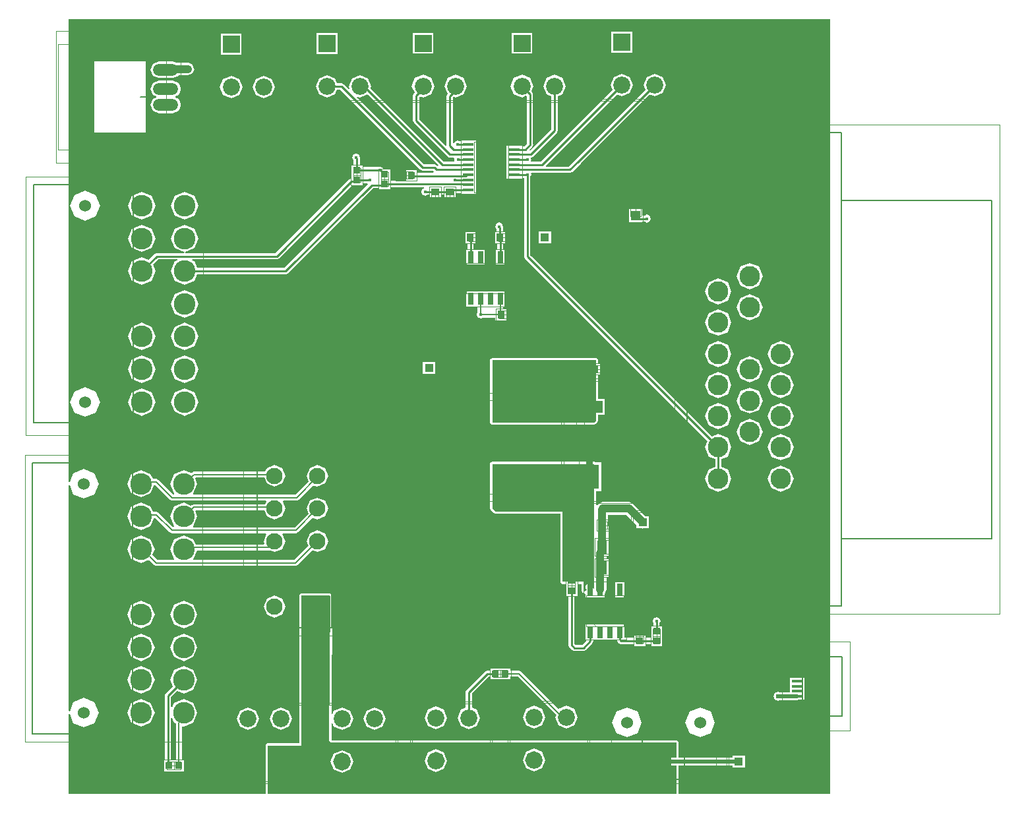
<source format=gtl>
G04*
G04 #@! TF.GenerationSoftware,Altium Limited,Altium Designer,21.0.9 (235)*
G04*
G04 Layer_Physical_Order=1*
G04 Layer_Color=255*
%FSLAX25Y25*%
%MOIN*%
G70*
G04*
G04 #@! TF.SameCoordinates,FB9C7817-38CD-48DC-A3D4-53DF82CEFDAB*
G04*
G04*
G04 #@! TF.FilePolarity,Positive*
G04*
G01*
G75*
%ADD10C,0.00787*%
%ADD11C,0.00394*%
%ADD13C,0.01000*%
%ADD14R,0.03765X0.24488*%
%ADD15C,0.00197*%
%ADD16R,0.03347X0.03740*%
%ADD17R,0.04724X0.04724*%
%ADD18R,0.05315X0.01575*%
%ADD19R,0.06299X0.08268*%
%ADD20R,0.07480X0.07087*%
%ADD21R,0.07480X0.07480*%
%ADD22R,0.12598X0.06299*%
%ADD23R,0.03543X0.03937*%
%ADD24R,0.20079X0.12402*%
%ADD25O,0.12795X0.05906*%
%ADD26R,0.03740X0.03347*%
%ADD27R,0.03937X0.03543*%
%ADD28R,0.05118X0.07087*%
%ADD29R,0.12205X0.09449*%
%ADD30R,0.02559X0.06004*%
%ADD31R,0.02559X0.05906*%
%ADD32R,0.05807X0.01772*%
%ADD33R,0.09646X0.12402*%
%ADD67C,0.03937*%
%ADD68C,0.01968*%
%ADD69C,0.00400*%
%ADD70C,0.08563*%
%ADD71R,0.08563X0.08563*%
%ADD72C,0.23622*%
%ADD73R,0.04331X0.04331*%
%ADD74C,0.06004*%
%ADD75C,0.10925*%
%ADD76C,0.10335*%
%ADD77C,0.17303*%
%ADD78C,0.08268*%
%ADD79O,0.15748X0.11024*%
%ADD80O,0.18898X0.11024*%
%ADD81C,0.01772*%
%ADD82C,0.02362*%
%ADD83C,0.03150*%
%ADD84C,0.02756*%
G36*
X385697Y803D02*
X309165D01*
Y14869D01*
X336350D01*
Y13850D01*
X342650D01*
Y20150D01*
X336350D01*
Y19131D01*
X309165D01*
Y26600D01*
X308853Y27353D01*
X308100Y27665D01*
X134054D01*
X133668Y28052D01*
X133713Y36291D01*
X134204Y36388D01*
X134934Y34623D01*
X138965Y32954D01*
X142995Y34623D01*
X144664Y38653D01*
X142995Y42684D01*
X138965Y44353D01*
X134934Y42684D01*
X134229Y40981D01*
X133739Y41080D01*
X134061Y100640D01*
X134060Y100641D01*
X134061Y100643D01*
X133906Y101018D01*
X133753Y101395D01*
X133751Y101395D01*
X133751Y101397D01*
X133398Y101751D01*
X133397Y101752D01*
X133396Y101753D01*
X133021Y101909D01*
X132646Y102065D01*
X132644Y102065D01*
X132643Y102065D01*
X118500D01*
X117747Y101753D01*
X117435Y101000D01*
Y26193D01*
X101400D01*
X100647Y25881D01*
X100335Y25127D01*
Y803D01*
X803D01*
Y40916D01*
X1303Y41015D01*
X3215Y36400D01*
X8563Y34185D01*
X13912Y36400D01*
X16127Y41749D01*
X13912Y47097D01*
X8563Y49313D01*
X3215Y47097D01*
X1303Y42482D01*
X803Y42581D01*
Y156664D01*
X1303Y156763D01*
X3215Y152148D01*
X8563Y149933D01*
X13912Y152148D01*
X16127Y157497D01*
X13912Y162845D01*
X8563Y165061D01*
X3215Y162845D01*
X1303Y158230D01*
X803Y158329D01*
Y392197D01*
X385697D01*
Y803D01*
D02*
G37*
G36*
X132995Y100645D02*
X132600Y27500D01*
X133500Y26600D01*
X308100D01*
Y19131D01*
X301500D01*
X299993Y18507D01*
X299369Y17000D01*
X299993Y15493D01*
X301500Y14869D01*
X308100D01*
Y803D01*
X101400D01*
Y25127D01*
X118500D01*
Y101000D01*
X132643D01*
X132995Y100645D01*
D02*
G37*
%LPC*%
G36*
X285766Y385919D02*
X275234D01*
Y375388D01*
X285766D01*
Y385919D01*
D02*
G37*
G36*
X235230Y385419D02*
X224699D01*
Y374888D01*
X235230D01*
Y385419D01*
D02*
G37*
G36*
X185230D02*
X174699D01*
Y374888D01*
X185230D01*
Y385419D01*
D02*
G37*
G36*
X136730Y385266D02*
X126199D01*
Y374734D01*
X136730D01*
Y385266D01*
D02*
G37*
G36*
X88230Y384919D02*
X77699D01*
Y374388D01*
X88230D01*
Y384919D01*
D02*
G37*
G36*
X53382Y371041D02*
X46492D01*
X43479Y369793D01*
X42231Y366779D01*
X43479Y363766D01*
X46492Y362518D01*
X53382D01*
X56395Y363766D01*
X56469Y363944D01*
X61140D01*
X63400Y364880D01*
X64336Y367140D01*
X64228Y367399D01*
X64270Y367500D01*
X63459Y369459D01*
X61500Y370270D01*
X61399Y370228D01*
X61140Y370336D01*
X55084D01*
X53382Y371041D01*
D02*
G37*
G36*
X297035Y364700D02*
X293005Y363030D01*
X291336Y359000D01*
X292340Y356576D01*
X257399Y321636D01*
X257399Y321636D01*
X257399Y321636D01*
X253590Y317827D01*
X242252D01*
X242061Y318289D01*
X278076Y354304D01*
X280500Y353300D01*
X284530Y354970D01*
X286200Y359000D01*
X284530Y363030D01*
X280500Y364700D01*
X276470Y363030D01*
X274800Y359000D01*
X275804Y356576D01*
X239614Y320386D01*
X234743D01*
X234465Y320802D01*
X234687Y321337D01*
X234483Y321829D01*
X234398Y322291D01*
X235534Y322762D01*
X247636Y334864D01*
X247636Y334864D01*
X248107Y336000D01*
X248107Y336000D01*
Y353466D01*
X250530Y354470D01*
X252200Y358500D01*
X250530Y362530D01*
X246500Y364200D01*
X242470Y362530D01*
X240800Y358500D01*
X242470Y354470D01*
X244894Y353466D01*
Y336666D01*
X234022Y325794D01*
X233958Y325807D01*
X233793Y326349D01*
X235222Y327778D01*
X235222Y327778D01*
X235692Y328914D01*
X235607Y329121D01*
Y354465D01*
X235607Y354465D01*
X235136Y355601D01*
X234660Y356076D01*
X235664Y358500D01*
X233995Y362530D01*
X229965Y364200D01*
X225934Y362530D01*
X224265Y358500D01*
X225934Y354470D01*
X229965Y352800D01*
X231893Y353599D01*
X232394Y353265D01*
Y329494D01*
X230963Y328063D01*
X229955D01*
Y328327D01*
X222179D01*
Y324587D01*
Y322028D01*
Y319468D01*
Y316910D01*
Y314350D01*
Y311791D01*
X229955D01*
Y312055D01*
X231056D01*
Y272475D01*
X231056Y272475D01*
X231527Y271339D01*
X323878Y178988D01*
X322594Y175886D01*
X324544Y171178D01*
X327645Y169893D01*
Y166131D01*
X324544Y164846D01*
X322594Y160138D01*
X324544Y155430D01*
X329252Y153479D01*
X333960Y155430D01*
X335910Y160138D01*
X333960Y164846D01*
X330858Y166131D01*
Y169893D01*
X333960Y171178D01*
X335910Y175886D01*
X333960Y180594D01*
X329252Y182544D01*
X326150Y181260D01*
X234269Y273141D01*
Y312654D01*
X234687Y313663D01*
X234465Y314198D01*
X234743Y314614D01*
X254256D01*
X254256Y314614D01*
X255392Y315085D01*
X259671Y319364D01*
X259671Y319364D01*
X294612Y354304D01*
X297035Y353300D01*
X301066Y354970D01*
X302735Y359000D01*
X301066Y363030D01*
X297035Y364700D01*
D02*
G37*
G36*
X196500Y364200D02*
X192470Y362530D01*
X190800Y358500D01*
X192404Y354629D01*
X192364Y354590D01*
X191893Y353453D01*
X191893Y353453D01*
Y328586D01*
X191657Y328418D01*
X191431Y328341D01*
X178106Y341666D01*
Y353102D01*
X178487Y353413D01*
X179965Y352800D01*
X183995Y354470D01*
X185664Y358500D01*
X183995Y362530D01*
X179965Y364200D01*
X175934Y362530D01*
X174265Y358500D01*
X175634Y355194D01*
X175364Y354924D01*
X174893Y353788D01*
X174893Y353788D01*
Y341000D01*
X174893Y341000D01*
X175364Y339864D01*
X192466Y322762D01*
X192466Y322762D01*
X193602Y322291D01*
X193602Y322291D01*
X195581D01*
X195859Y321875D01*
X195637Y321339D01*
X195859Y320802D01*
X195582Y320386D01*
X190386D01*
X153326Y357446D01*
X153700Y358347D01*
X152030Y362377D01*
X148000Y364046D01*
X143970Y362377D01*
X142300Y358347D01*
X142782Y357183D01*
X142366Y356906D01*
X139790Y359483D01*
X138654Y359953D01*
X138654Y359953D01*
X136499D01*
X135495Y362377D01*
X131465Y364046D01*
X127434Y362377D01*
X125765Y358347D01*
X127434Y354316D01*
X131465Y352647D01*
X135495Y354316D01*
X136499Y356740D01*
X137988D01*
X178484Y316244D01*
X178484Y316244D01*
X179621Y315773D01*
X179621Y315773D01*
X184955D01*
X185460Y315268D01*
X185253Y314768D01*
X176716D01*
Y316354D01*
X171402D01*
Y310646D01*
X170924Y310591D01*
X163354D01*
Y316717D01*
X159918D01*
X159439Y317195D01*
X158303Y317666D01*
X158303Y317666D01*
X149354D01*
Y318717D01*
X148107D01*
Y321791D01*
X148107Y321791D01*
X147971Y322119D01*
X148098Y322426D01*
X147505Y323857D01*
X146074Y324450D01*
X144642Y323857D01*
X144050Y322426D01*
X144642Y320995D01*
X144894Y320891D01*
Y318717D01*
X143646D01*
Y313402D01*
Y311793D01*
X142580Y311352D01*
X142580Y311352D01*
X105334Y274107D01*
X60154D01*
X59755Y274351D01*
Y274352D01*
X59755D01*
X59704Y274606D01*
X59762Y274630D01*
X64434Y276566D01*
X66478Y281500D01*
X64434Y286434D01*
X59500Y288478D01*
X54566Y286434D01*
X52522Y281500D01*
X54566Y276566D01*
X59238Y274630D01*
X59296Y274606D01*
X59245Y274352D01*
X59245D01*
X59245Y274351D01*
X58846Y274107D01*
X45382D01*
X45382Y274107D01*
X44246Y273636D01*
X44246Y273636D01*
X41174Y270564D01*
X37846Y271943D01*
X32912Y269899D01*
X30868Y264965D01*
X32912Y260030D01*
X37846Y257986D01*
X42781Y260030D01*
X44824Y264965D01*
X43446Y268292D01*
X46047Y270894D01*
X55686D01*
X55783Y270403D01*
X54566Y269899D01*
X52522Y264965D01*
X54566Y260030D01*
X59500Y257986D01*
X64434Y260030D01*
X65813Y263358D01*
X110465D01*
X110465Y263358D01*
X111601Y263829D01*
X154666Y306893D01*
X157646D01*
Y306283D01*
X163354D01*
Y307378D01*
X180547D01*
X180647Y306878D01*
X179569Y306431D01*
X178976Y305000D01*
X179569Y303569D01*
X181000Y302976D01*
X182388Y303551D01*
X183047D01*
Y302402D01*
X188953D01*
Y303551D01*
X190547D01*
Y302402D01*
X196453D01*
Y304378D01*
X199045D01*
Y304114D01*
X206821D01*
Y306673D01*
Y309232D01*
Y311791D01*
Y314350D01*
Y316910D01*
Y319468D01*
Y322028D01*
Y324587D01*
Y327146D01*
Y330886D01*
X199045D01*
Y330614D01*
X198489D01*
X197500Y331024D01*
X196069Y330431D01*
X195797Y329776D01*
X195161Y329525D01*
X195106Y329550D01*
Y352788D01*
X195523Y353205D01*
X196500Y352800D01*
X200530Y354470D01*
X202200Y358500D01*
X200530Y362530D01*
X196500Y364200D01*
D02*
G37*
G36*
X99500Y363700D02*
X95470Y362030D01*
X93800Y358000D01*
X95470Y353970D01*
X99500Y352300D01*
X103530Y353970D01*
X105200Y358000D01*
X103530Y362030D01*
X99500Y363700D01*
D02*
G37*
G36*
X82965D02*
X78934Y362030D01*
X77265Y358000D01*
X78934Y353970D01*
X82965Y352300D01*
X86995Y353970D01*
X88664Y358000D01*
X86995Y362030D01*
X82965Y363700D01*
D02*
G37*
G36*
X53382Y361198D02*
X46492D01*
X43479Y359950D01*
X42231Y356937D01*
X43479Y353924D01*
X45105Y353250D01*
Y352750D01*
X43479Y352076D01*
X42231Y349063D01*
X43479Y346050D01*
X46492Y344802D01*
X53382D01*
X56395Y346050D01*
X57643Y349063D01*
X56395Y352076D01*
X54769Y352750D01*
Y353250D01*
X56395Y353924D01*
X57643Y356937D01*
X56395Y359950D01*
X53382Y361198D01*
D02*
G37*
G36*
X39622Y370913D02*
X13835D01*
Y335087D01*
X39622D01*
Y370913D01*
D02*
G37*
G36*
X59500Y305013D02*
X54566Y302970D01*
X52522Y298035D01*
X54566Y293101D01*
X59500Y291057D01*
X64434Y293101D01*
X66478Y298035D01*
X64434Y302970D01*
X59500Y305013D01*
D02*
G37*
G36*
X37846D02*
X32912Y302970D01*
X30868Y298035D01*
X32912Y293101D01*
X37846Y291057D01*
X42781Y293101D01*
X44824Y298035D01*
X42781Y302970D01*
X37846Y305013D01*
D02*
G37*
G36*
X9106Y305599D02*
X3758Y303384D01*
X1542Y298035D01*
X3758Y292687D01*
X9106Y290472D01*
X14455Y292687D01*
X16670Y298035D01*
X14455Y303384D01*
X9106Y305599D01*
D02*
G37*
G36*
X290846Y296213D02*
X284154D01*
Y289520D01*
X290846D01*
Y289894D01*
X291992D01*
X293000Y289476D01*
X294431Y290069D01*
X295024Y291500D01*
X294431Y292931D01*
X293000Y293524D01*
X291992Y293107D01*
X290846D01*
Y296213D01*
D02*
G37*
G36*
X244650Y285150D02*
X238350D01*
Y278850D01*
X244650D01*
Y285150D01*
D02*
G37*
G36*
X37846Y288478D02*
X32912Y286434D01*
X30868Y281500D01*
X32912Y276566D01*
X37846Y274522D01*
X42781Y276566D01*
X44824Y281500D01*
X42781Y286434D01*
X37846Y288478D01*
D02*
G37*
G36*
X218500Y289524D02*
X217069Y288931D01*
X216476Y287500D01*
X217069Y286069D01*
X217236Y285999D01*
Y284953D01*
X216087D01*
Y279047D01*
X217393D01*
Y276067D01*
X216736D01*
Y268193D01*
X221264D01*
Y276067D01*
X220606D01*
Y279047D01*
X221598D01*
Y284953D01*
X220449D01*
Y287158D01*
X220449Y287158D01*
X220416Y287238D01*
X220524Y287500D01*
X219931Y288931D01*
X218500Y289524D01*
D02*
G37*
G36*
X206598Y284953D02*
X201087D01*
Y279047D01*
X202394D01*
Y276067D01*
X201736D01*
Y268193D01*
X206236D01*
X206264Y268193D01*
X206736D01*
X206764Y268193D01*
X211264D01*
Y276067D01*
X206764D01*
X206736Y276067D01*
X206264D01*
X206236Y276067D01*
X205607D01*
Y279047D01*
X206598D01*
Y284953D01*
D02*
G37*
G36*
X345000Y269158D02*
X340292Y267208D01*
X338342Y262500D01*
X340292Y257792D01*
X345000Y255842D01*
X349708Y257792D01*
X351658Y262500D01*
X349708Y267208D01*
X345000Y269158D01*
D02*
G37*
G36*
X216736Y254807D02*
X216264D01*
X216236Y254807D01*
X211764D01*
X211736Y254807D01*
X211264D01*
X211236Y254807D01*
X206764D01*
X206736Y254807D01*
X206264D01*
X206236Y254807D01*
X201736D01*
Y246933D01*
X206236D01*
X206264Y246933D01*
X206736D01*
X206764Y246933D01*
X207508D01*
Y244286D01*
X206976Y243000D01*
X207569Y241569D01*
X209000Y240976D01*
X210286Y241509D01*
X216587D01*
Y240047D01*
X222098D01*
Y245953D01*
X220492D01*
Y246933D01*
X221264D01*
Y254807D01*
X216764D01*
X216736Y254807D01*
D02*
G37*
G36*
X329252Y261284D02*
X324544Y259334D01*
X322594Y254626D01*
X324544Y249918D01*
X329252Y247968D01*
X333960Y249918D01*
X335910Y254626D01*
X333960Y259334D01*
X329252Y261284D01*
D02*
G37*
G36*
X59500Y255407D02*
X54566Y253363D01*
X52522Y248429D01*
X54566Y243495D01*
X59500Y241451D01*
X64434Y243495D01*
X66478Y248429D01*
X64434Y253363D01*
X59500Y255407D01*
D02*
G37*
G36*
X345000Y253410D02*
X340292Y251460D01*
X338342Y246752D01*
X340292Y242044D01*
X345000Y240094D01*
X349708Y242044D01*
X351658Y246752D01*
X349708Y251460D01*
X345000Y253410D01*
D02*
G37*
G36*
X329252Y245536D02*
X324544Y243586D01*
X322594Y238878D01*
X324544Y234170D01*
X329252Y232220D01*
X333960Y234170D01*
X335910Y238878D01*
X333960Y243586D01*
X329252Y245536D01*
D02*
G37*
G36*
X59500Y238872D02*
X54566Y236828D01*
X52522Y231894D01*
X54566Y226959D01*
X59500Y224916D01*
X64434Y226959D01*
X66478Y231894D01*
X64434Y236828D01*
X59500Y238872D01*
D02*
G37*
G36*
X37846D02*
X32912Y236828D01*
X30868Y231894D01*
X32912Y226959D01*
X37846Y224916D01*
X42781Y226959D01*
X44824Y231894D01*
X42781Y236828D01*
X37846Y238872D01*
D02*
G37*
G36*
X360748Y229788D02*
X356040Y227838D01*
X354090Y223130D01*
X356040Y218422D01*
X360748Y216472D01*
X365456Y218422D01*
X367406Y223130D01*
X365456Y227838D01*
X360748Y229788D01*
D02*
G37*
G36*
X329252D02*
X324544Y227838D01*
X322594Y223130D01*
X324544Y218422D01*
X329252Y216472D01*
X333960Y218422D01*
X335910Y223130D01*
X333960Y227838D01*
X329252Y229788D01*
D02*
G37*
G36*
X186150Y219150D02*
X179850D01*
Y212850D01*
X186150D01*
Y219150D01*
D02*
G37*
G36*
X345000Y221914D02*
X340292Y219964D01*
X338342Y215256D01*
X340292Y210548D01*
X345000Y208597D01*
X349708Y210548D01*
X351658Y215256D01*
X349708Y219964D01*
X345000Y221914D01*
D02*
G37*
G36*
X59500Y222336D02*
X54566Y220292D01*
X52522Y215358D01*
X54566Y210424D01*
X59500Y208380D01*
X64434Y210424D01*
X66478Y215358D01*
X64434Y220292D01*
X59500Y222336D01*
D02*
G37*
G36*
X37846D02*
X32912Y220292D01*
X30868Y215358D01*
X32912Y210424D01*
X37846Y208380D01*
X42781Y210424D01*
X44824Y215358D01*
X42781Y220292D01*
X37846Y222336D01*
D02*
G37*
G36*
X360748Y214040D02*
X356040Y212090D01*
X354090Y207382D01*
X356040Y202674D01*
X360748Y200724D01*
X365456Y202674D01*
X367406Y207382D01*
X365456Y212090D01*
X360748Y214040D01*
D02*
G37*
G36*
X329252D02*
X324544Y212090D01*
X322594Y207382D01*
X324544Y202674D01*
X329252Y200724D01*
X333960Y202674D01*
X335910Y207382D01*
X333960Y212090D01*
X329252Y214040D01*
D02*
G37*
G36*
X345000Y206166D02*
X340292Y204216D01*
X338342Y199508D01*
X340292Y194800D01*
X345000Y192850D01*
X349708Y194800D01*
X351658Y199508D01*
X349708Y204216D01*
X345000Y206166D01*
D02*
G37*
G36*
X59500Y205801D02*
X54566Y203757D01*
X52522Y198823D01*
X54566Y193889D01*
X59500Y191845D01*
X64434Y193889D01*
X66478Y198823D01*
X64434Y203757D01*
X59500Y205801D01*
D02*
G37*
G36*
X37846D02*
X32912Y203757D01*
X30868Y198823D01*
X32912Y193889D01*
X37846Y191845D01*
X42781Y193889D01*
X44824Y198823D01*
X42781Y203757D01*
X37846Y205801D01*
D02*
G37*
G36*
X9106Y206387D02*
X3758Y204171D01*
X1542Y198823D01*
X3758Y193474D01*
X9106Y191259D01*
X14455Y193474D01*
X16670Y198823D01*
X14455Y204171D01*
X9106Y206387D01*
D02*
G37*
G36*
X267500Y221065D02*
X215000D01*
X214247Y220753D01*
X213935Y220000D01*
Y216000D01*
Y188500D01*
X214247Y187747D01*
X215000Y187435D01*
X266500D01*
X267253Y187747D01*
X268253Y188747D01*
X268565Y189500D01*
Y192229D01*
X271878D01*
Y200497D01*
X268565D01*
Y212547D01*
X269598D01*
Y218453D01*
X268565D01*
Y220000D01*
X268253Y220753D01*
X267500Y221065D01*
D02*
G37*
G36*
X360748Y198292D02*
X356040Y196342D01*
X354090Y191634D01*
X356040Y186926D01*
X360748Y184976D01*
X365456Y186926D01*
X367406Y191634D01*
X365456Y196342D01*
X360748Y198292D01*
D02*
G37*
G36*
X329252D02*
X324544Y196342D01*
X322594Y191634D01*
X324544Y186926D01*
X329252Y184976D01*
X333960Y186926D01*
X335910Y191634D01*
X333960Y196342D01*
X329252Y198292D01*
D02*
G37*
G36*
X345000Y190418D02*
X340292Y188468D01*
X338342Y183760D01*
X340292Y179052D01*
X345000Y177101D01*
X349708Y179052D01*
X351658Y183760D01*
X349708Y188468D01*
X345000Y190418D01*
D02*
G37*
G36*
X360748Y182544D02*
X356040Y180594D01*
X354090Y175886D01*
X356040Y171178D01*
X360748Y169227D01*
X365456Y171178D01*
X367406Y175886D01*
X365456Y180594D01*
X360748Y182544D01*
D02*
G37*
G36*
X126537Y167040D02*
X122620Y165417D01*
X120997Y161500D01*
X122138Y158747D01*
X115382Y151991D01*
X63794D01*
X63696Y152482D01*
X63891Y152562D01*
X65935Y157497D01*
X64865Y160079D01*
X65199Y160579D01*
X99725D01*
X100966Y157583D01*
X104884Y155960D01*
X108801Y157583D01*
X110423Y161500D01*
X108801Y165417D01*
X104884Y167040D01*
X100966Y165417D01*
X100198Y163562D01*
X64071D01*
X64071Y163562D01*
X63543Y163344D01*
X63016Y163126D01*
X62554Y162985D01*
X58957Y164475D01*
X54023Y162431D01*
X51979Y157497D01*
X54023Y152562D01*
X54217Y152482D01*
X54119Y151991D01*
X53618D01*
X46181Y159429D01*
X45126Y159865D01*
X45126Y159865D01*
X43300D01*
X42237Y162431D01*
X37303Y164475D01*
X32369Y162431D01*
X30325Y157497D01*
X32369Y152562D01*
X37303Y150519D01*
X42237Y152562D01*
X44027Y156883D01*
X44508D01*
X51945Y149445D01*
X51945Y149445D01*
X53000Y149009D01*
X53000Y149009D01*
X100478D01*
X100812Y148509D01*
X100198Y147027D01*
X64062D01*
X64062Y147027D01*
X63317Y146718D01*
X63008Y146590D01*
X62546Y146453D01*
X58957Y147939D01*
X54023Y145895D01*
X51979Y140961D01*
X53983Y136122D01*
X53802Y135594D01*
X53549Y135560D01*
X46216Y142893D01*
X45161Y143330D01*
X45161Y143330D01*
X43300D01*
X42237Y145895D01*
X37303Y147939D01*
X32369Y145895D01*
X30325Y140961D01*
X32369Y136027D01*
X37303Y133983D01*
X42237Y136027D01*
X44027Y140347D01*
X44544D01*
X51945Y132945D01*
X51945Y132945D01*
X53000Y132509D01*
X53000Y132509D01*
X100492D01*
X100826Y132009D01*
X99344Y128429D01*
X99849Y127210D01*
X99571Y126795D01*
X64954D01*
X63891Y129360D01*
X58957Y131404D01*
X54023Y129360D01*
X51979Y124426D01*
X54023Y119492D01*
X54046Y119482D01*
X53948Y118991D01*
X45724D01*
X43112Y121603D01*
X44281Y124426D01*
X42237Y129360D01*
X37303Y131404D01*
X32369Y129360D01*
X30325Y124426D01*
X32369Y119492D01*
X37303Y117448D01*
X41366Y119131D01*
X44052Y116445D01*
X45106Y116008D01*
X45106Y116008D01*
X115500D01*
X115500Y116008D01*
X116555Y116445D01*
X124035Y123926D01*
X126537Y122889D01*
X130454Y124512D01*
X132077Y128429D01*
X130454Y132346D01*
X126537Y133969D01*
X122620Y132346D01*
X120997Y128429D01*
X121970Y126080D01*
X114882Y118991D01*
X63965D01*
X63867Y119482D01*
X63891Y119492D01*
X65680Y123812D01*
X101757D01*
X101758Y123812D01*
X102207Y123998D01*
X104884Y122889D01*
X108801Y124512D01*
X110423Y128429D01*
X108941Y132009D01*
X109275Y132509D01*
X115633D01*
X115633Y132509D01*
X116687Y132945D01*
X124154Y140412D01*
X126537Y139425D01*
X130454Y141047D01*
X132077Y144965D01*
X130454Y148882D01*
X126537Y150504D01*
X122620Y148882D01*
X120997Y144965D01*
X122020Y142496D01*
X115015Y135492D01*
X63880D01*
X63782Y135982D01*
X63891Y136027D01*
X65935Y140961D01*
X64865Y143544D01*
X65199Y144044D01*
X99725D01*
X100966Y141047D01*
X104884Y139425D01*
X108801Y141047D01*
X110423Y144965D01*
X108955Y148509D01*
X109289Y149009D01*
X116000D01*
X116000Y149009D01*
X117055Y149445D01*
X124439Y156829D01*
X126537Y155960D01*
X130454Y157583D01*
X132077Y161500D01*
X130454Y165417D01*
X126537Y167040D01*
D02*
G37*
G36*
X360748Y166796D02*
X356040Y164846D01*
X354090Y160138D01*
X356040Y155430D01*
X360748Y153479D01*
X365456Y155430D01*
X367406Y160138D01*
X365456Y164846D01*
X360748Y166796D01*
D02*
G37*
G36*
X266500Y168565D02*
X215000D01*
X214247Y168253D01*
X213935Y167500D01*
Y145000D01*
X214247Y144247D01*
X215747Y142747D01*
X216500Y142435D01*
X249435Y142435D01*
X249435Y107854D01*
X249747Y107101D01*
X250500Y106789D01*
X252047D01*
Y100587D01*
X253394D01*
Y76000D01*
X253393Y76000D01*
X253864Y74864D01*
X255364Y73364D01*
X255364Y73364D01*
X256500Y72893D01*
X256500Y72894D01*
X261000D01*
X261000Y72893D01*
X262136Y73364D01*
X265573Y76801D01*
X265573Y76801D01*
X266044Y77937D01*
X266044Y77937D01*
Y78526D01*
X266673D01*
X266701Y78526D01*
X267173D01*
X267201Y78526D01*
X271673D01*
X271701Y78526D01*
X272173D01*
X272201Y78526D01*
X276673D01*
X276701Y78526D01*
X277173D01*
X277201Y78526D01*
X277831D01*
X278301Y77391D01*
X278887Y76805D01*
X278887Y76805D01*
X280023Y76334D01*
X280023Y76334D01*
X286583D01*
Y75283D01*
X292291D01*
Y76334D01*
X295146D01*
Y75283D01*
X300854D01*
Y80402D01*
Y85716D01*
X299606D01*
Y86992D01*
X300024Y88000D01*
X299431Y89431D01*
X298000Y90024D01*
X296569Y89431D01*
X295976Y88000D01*
X296393Y86992D01*
Y85716D01*
X295146D01*
Y79548D01*
X292291D01*
Y80598D01*
X286583D01*
Y79548D01*
X281701D01*
Y86498D01*
X277201D01*
X277173Y86498D01*
X276701D01*
X276673Y86498D01*
X272201D01*
X272173Y86498D01*
X271701D01*
X271673Y86498D01*
X267201D01*
X267173Y86498D01*
X266701D01*
X266673Y86498D01*
X262173D01*
Y78526D01*
X262173D01*
X262343Y78115D01*
X260334Y76107D01*
X257166D01*
X256607Y76666D01*
Y100587D01*
X257953D01*
Y106789D01*
X260045D01*
Y103390D01*
X260357Y102636D01*
X260747Y102247D01*
X261500Y101935D01*
X261757Y102041D01*
X262173Y101763D01*
Y99880D01*
X266701D01*
Y99880D01*
X267173D01*
Y99880D01*
X267201Y99880D01*
X271701D01*
Y101616D01*
X272633Y103866D01*
Y110473D01*
X273835D01*
Y119527D01*
X272696D01*
Y120973D01*
X273835D01*
Y130027D01*
X273696D01*
Y135658D01*
X273443Y136269D01*
X273538Y136500D01*
Y141804D01*
X282676D01*
X287850Y136630D01*
Y134850D01*
X290888D01*
X291000Y134804D01*
X291112Y134850D01*
X294150D01*
Y137888D01*
X294196Y138000D01*
X294150Y138112D01*
Y141150D01*
X292370D01*
X286260Y147260D01*
X284000Y148196D01*
X270900D01*
X268640Y147260D01*
X268083Y146703D01*
X268056Y146638D01*
X267565Y146736D01*
Y153815D01*
X269965D01*
Y168185D01*
X267282D01*
X267253Y168253D01*
X266500Y168565D01*
D02*
G37*
G36*
X281701Y107852D02*
X277173D01*
Y99880D01*
X281701D01*
Y107852D01*
D02*
G37*
G36*
X104884Y100898D02*
X100966Y99275D01*
X99344Y95358D01*
X100966Y91441D01*
X104884Y89819D01*
X108801Y91441D01*
X110423Y95358D01*
X108801Y99275D01*
X104884Y100898D01*
D02*
G37*
G36*
X58957Y98333D02*
X54023Y96289D01*
X51979Y91355D01*
X54023Y86421D01*
X58957Y84377D01*
X63891Y86421D01*
X65935Y91355D01*
X63891Y96289D01*
X58957Y98333D01*
D02*
G37*
G36*
X37303D02*
X32369Y96289D01*
X30325Y91355D01*
X32369Y86421D01*
X37303Y84377D01*
X42237Y86421D01*
X44281Y91355D01*
X42237Y96289D01*
X37303Y98333D01*
D02*
G37*
G36*
X58957Y81797D02*
X54023Y79754D01*
X51979Y74819D01*
X54023Y69885D01*
X58957Y67842D01*
X63891Y69885D01*
X65935Y74819D01*
X63891Y79754D01*
X58957Y81797D01*
D02*
G37*
G36*
X37303D02*
X32369Y79754D01*
X30325Y74819D01*
X32369Y69885D01*
X37303Y67842D01*
X42237Y69885D01*
X44281Y74819D01*
X42237Y79754D01*
X37303Y81797D01*
D02*
G37*
G36*
X372814Y59406D02*
X365531D01*
Y55863D01*
Y52163D01*
X359987D01*
X359293Y52450D01*
X357636Y51764D01*
X356949Y50106D01*
X357636Y48449D01*
X359293Y47763D01*
X359628Y47901D01*
X369098D01*
X369785Y48186D01*
X372814D01*
Y50745D01*
Y53304D01*
Y55863D01*
Y59406D01*
D02*
G37*
G36*
X58957Y65262D02*
X54023Y63218D01*
X51979Y58284D01*
X53357Y54956D01*
X49864Y51463D01*
X49393Y50327D01*
X49393Y50327D01*
Y17854D01*
X48783D01*
Y12146D01*
X59216D01*
Y17854D01*
X58051D01*
Y34696D01*
X58466Y34974D01*
X58957Y34771D01*
X63891Y36814D01*
X65935Y41749D01*
X63891Y46683D01*
X58957Y48727D01*
X54023Y46683D01*
X53097Y44448D01*
X52606Y44546D01*
Y49662D01*
X55629Y52684D01*
X58957Y51306D01*
X63891Y53350D01*
X65935Y58284D01*
X63891Y63218D01*
X58957Y65262D01*
D02*
G37*
G36*
X37303D02*
X32369Y63218D01*
X30325Y58284D01*
X32369Y53350D01*
X37303Y51306D01*
X42237Y53350D01*
X44281Y58284D01*
X42237Y63218D01*
X37303Y65262D01*
D02*
G37*
G36*
Y48727D02*
X32369Y46683D01*
X30325Y41749D01*
X32369Y36814D01*
X37303Y34771D01*
X42237Y36814D01*
X44281Y41749D01*
X42237Y46683D01*
X37303Y48727D01*
D02*
G37*
G36*
X224217Y64354D02*
X213784D01*
Y63107D01*
X212500D01*
X211364Y62636D01*
X211364Y62636D01*
X201899Y53171D01*
X201429Y52035D01*
X201429Y52035D01*
Y44188D01*
X199005Y43184D01*
X197336Y39154D01*
X199005Y35123D01*
X203035Y33454D01*
X207066Y35123D01*
X208735Y39154D01*
X207066Y43184D01*
X204642Y44188D01*
Y51370D01*
X213165Y59894D01*
X213784D01*
Y58646D01*
X224217D01*
Y60009D01*
X227882D01*
X247291Y40600D01*
X246836Y39500D01*
X248505Y35470D01*
X252535Y33800D01*
X256566Y35470D01*
X258235Y39500D01*
X256566Y43530D01*
X252535Y45200D01*
X248557Y43552D01*
X229555Y62555D01*
X228500Y62991D01*
X228500Y62991D01*
X224217D01*
Y64354D01*
D02*
G37*
G36*
X236000Y45200D02*
X231970Y43530D01*
X230300Y39500D01*
X231970Y35470D01*
X236000Y33800D01*
X240030Y35470D01*
X241700Y39500D01*
X240030Y43530D01*
X236000Y45200D01*
D02*
G37*
G36*
X186500Y44853D02*
X182470Y43184D01*
X180800Y39154D01*
X182470Y35123D01*
X186500Y33454D01*
X190530Y35123D01*
X192200Y39154D01*
X190530Y43184D01*
X186500Y44853D01*
D02*
G37*
G36*
X155500Y44353D02*
X151470Y42684D01*
X149800Y38653D01*
X151470Y34623D01*
X155500Y32954D01*
X159530Y34623D01*
X161200Y38653D01*
X159530Y42684D01*
X155500Y44353D01*
D02*
G37*
G36*
X108035D02*
X104005Y42684D01*
X102336Y38653D01*
X104005Y34623D01*
X108035Y32954D01*
X112066Y34623D01*
X113735Y38653D01*
X112066Y42684D01*
X108035Y44353D01*
D02*
G37*
G36*
X91500D02*
X87470Y42684D01*
X85800Y38653D01*
X87470Y34623D01*
X91500Y32954D01*
X95530Y34623D01*
X97200Y38653D01*
X95530Y42684D01*
X91500Y44353D01*
D02*
G37*
G36*
X320004Y44407D02*
X314655Y42191D01*
X312440Y36843D01*
X314655Y31494D01*
X320004Y29279D01*
X325353Y31494D01*
X327568Y36843D01*
X325353Y42191D01*
X320004Y44407D01*
D02*
G37*
G36*
X282996D02*
X277647Y42191D01*
X275432Y36843D01*
X277647Y31494D01*
X282996Y29279D01*
X288345Y31494D01*
X290560Y36843D01*
X288345Y42191D01*
X282996Y44407D01*
D02*
G37*
%LPD*%
G36*
X187681Y318547D02*
X187504Y318017D01*
X187286Y317986D01*
X186757Y318515D01*
X185620Y318986D01*
X185620Y318986D01*
X180286D01*
X146559Y352713D01*
X146837Y353129D01*
X148000Y352647D01*
X151946Y354281D01*
X187681Y318547D01*
D02*
G37*
G36*
X152073Y308845D02*
X109799Y266571D01*
X65813D01*
X64434Y269899D01*
X63217Y270403D01*
X63314Y270894D01*
X106000D01*
X106000Y270893D01*
X107136Y271364D01*
X144055Y308283D01*
X149354D01*
Y309334D01*
X151855D01*
X152073Y308845D01*
D02*
G37*
G36*
X267500Y189500D02*
X266500Y188500D01*
X215000D01*
Y216000D01*
Y220000D01*
X267500D01*
Y189500D01*
D02*
G37*
G36*
X266500Y115041D02*
X266459Y114728D01*
Y104407D01*
X266126Y104199D01*
X265950Y104308D01*
Y104378D01*
X265835Y104957D01*
X265507Y105448D01*
X265507Y105448D01*
X264728Y106228D01*
X264237Y106556D01*
X263657Y106671D01*
X263078Y106556D01*
X262587Y106228D01*
X262259Y105737D01*
X262144Y105157D01*
X262259Y104578D01*
X262587Y104087D01*
X262675Y104000D01*
X262468Y103500D01*
X262000D01*
X261500Y103000D01*
X261110Y103390D01*
Y107854D01*
X250500Y107854D01*
X250500Y143500D01*
X216500Y143500D01*
X215000Y145000D01*
Y167500D01*
X266500D01*
Y115041D01*
D02*
G37*
G36*
X54023Y36814D02*
X55068Y36382D01*
Y17854D01*
X52606D01*
Y38951D01*
X53097Y39049D01*
X54023Y36814D01*
D02*
G37*
%LPC*%
G36*
X236000Y23546D02*
X231970Y21877D01*
X230300Y17846D01*
X231970Y13816D01*
X236000Y12147D01*
X240030Y13816D01*
X241700Y17846D01*
X240030Y21877D01*
X236000Y23546D01*
D02*
G37*
G36*
X186500Y23200D02*
X182470Y21530D01*
X180800Y17500D01*
X182470Y13470D01*
X186500Y11800D01*
X190530Y13470D01*
X192200Y17500D01*
X190530Y21530D01*
X186500Y23200D01*
D02*
G37*
G36*
X138965Y22700D02*
X134934Y21030D01*
X133265Y17000D01*
X134934Y12970D01*
X138965Y11300D01*
X142995Y12970D01*
X144664Y17000D01*
X142995Y21030D01*
X138965Y22700D01*
D02*
G37*
%LPD*%
G36*
X239215Y21061D02*
X240546Y17846D01*
X239215Y14632D01*
X236000Y13300D01*
X232785Y14632D01*
X231453Y17846D01*
X232785Y21061D01*
X236000Y22393D01*
X239215Y21061D01*
D02*
G37*
G36*
X189715Y20715D02*
X191047Y17500D01*
X189715Y14285D01*
X186500Y12954D01*
X183285Y14285D01*
X181954Y17500D01*
X183285Y20715D01*
X186500Y22047D01*
X189715Y20715D01*
D02*
G37*
G36*
X142179Y20215D02*
X143511Y17000D01*
X142179Y13785D01*
X138965Y12454D01*
X135750Y13785D01*
X134418Y17000D01*
X135750Y20215D01*
X138965Y21546D01*
X142179Y20215D01*
D02*
G37*
D10*
X56559Y15000D02*
Y36608D01*
X58957Y39005D01*
Y41749D01*
X60780Y39926D01*
X221559Y61500D02*
X228500D01*
X250500Y39500D02*
X252535D01*
X228500Y61500D02*
X250500Y39500D01*
X45161Y141839D02*
X53000Y134000D01*
X115633D02*
X126537Y144904D01*
X53000Y134000D02*
X115633D01*
X369098Y50032D02*
X369172Y49957D01*
X359293Y50106D02*
X359367Y50032D01*
X270000Y135658D02*
X270843Y136500D01*
X270291Y124500D02*
X270500Y124709D01*
X209000Y243000D02*
Y250870D01*
Y243000D02*
X219342D01*
X37303Y125303D02*
X45106Y117500D01*
X115500D02*
X126429Y128429D01*
X45106Y117500D02*
X115500D01*
X116000Y150500D02*
X126769Y161268D01*
X53000Y150500D02*
X116000D01*
X45126Y158374D02*
X53000Y150500D01*
X203842Y282000D02*
X204000Y281842D01*
X219000Y243342D02*
X219342Y243000D01*
X219000Y243342D02*
Y250870D01*
X289437Y77941D02*
X289437Y77941D01*
X269500Y114791D02*
X269709Y115000D01*
X269437Y114728D02*
X269500Y114791D01*
X101758Y125303D02*
X104884Y128429D01*
X126537Y144904D02*
Y144965D01*
X64062Y145535D02*
X104884D01*
X64071Y162071D02*
X104884D01*
X105957Y162489D01*
X269709Y115000D02*
X270291D01*
X58957Y141839D02*
X60365D01*
X64062Y145535D01*
X60374Y158374D02*
X64071Y162071D01*
X58957Y158374D02*
X60374D01*
X37303D02*
X45126D01*
X37303Y141839D02*
X45161D01*
X58957Y125303D02*
X101758D01*
X137198Y38511D02*
X139000Y36709D01*
X137198Y38511D02*
Y38802D01*
X235104Y38723D02*
Y38896D01*
X294807Y45937D02*
Y50937D01*
X308193D01*
Y45937D02*
Y50937D01*
X294807Y45937D02*
X308193D01*
X290870Y8142D02*
Y45937D01*
Y8142D02*
X312130D01*
Y45937D01*
X290870D02*
X312130D01*
X371826Y40115D02*
Y70036D01*
X391708D01*
Y40115D02*
Y70036D01*
X371826Y40115D02*
X391708D01*
X33516Y188193D02*
Y308665D01*
X-16878Y188193D02*
X33516D01*
X-16878D02*
Y308665D01*
X33516D01*
X313504Y126673D02*
Y303839D01*
X383583D01*
Y126673D02*
Y303839D01*
X313504Y126673D02*
X383583D01*
Y95571D02*
Y126673D01*
Y95571D02*
X391457D01*
Y334941D01*
X383583D02*
X391457D01*
X383583Y303839D02*
Y334941D01*
X391457Y129823D02*
X467441D01*
Y300689D01*
X391457D02*
X467441D01*
X96025Y172130D02*
X133820D01*
Y84728D02*
Y172130D01*
X96025Y84728D02*
X133820D01*
X96025D02*
Y172130D01*
X-17421Y168127D02*
X32972D01*
X-17421Y31119D02*
Y168127D01*
Y31119D02*
X32972D01*
Y168127D01*
X37063Y353000D02*
X44937D01*
X41000Y349063D02*
Y356937D01*
D11*
X57445Y13130D02*
Y16870D01*
X50555Y13130D02*
Y16870D01*
Y13130D02*
X57445D01*
X50555Y16870D02*
X57445D01*
X215555Y59630D02*
Y63370D01*
X222445Y59630D02*
Y63370D01*
X215555D02*
X222445D01*
X215555Y59630D02*
X222445D01*
X263165Y8004D02*
Y46587D01*
X223795D02*
X263165D01*
X223795Y8004D02*
Y46587D01*
Y8004D02*
X263165D01*
X213665Y7658D02*
Y46240D01*
X174295D02*
X213665D01*
X174295Y7658D02*
Y46240D01*
Y7658D02*
X213665D01*
X166130Y7158D02*
Y45740D01*
X126760D02*
X166130D01*
X126760Y7158D02*
Y45740D01*
Y7158D02*
X166130D01*
X118665D02*
Y45740D01*
X79295D02*
X118665D01*
X79295Y7158D02*
Y45740D01*
Y7158D02*
X118665D01*
X290158Y292669D02*
Y301331D01*
X284842Y292669D02*
Y301331D01*
X290158D01*
X284842Y292669D02*
X290158D01*
X236500Y277000D02*
Y287000D01*
X246500D01*
Y277000D02*
Y287000D01*
X236500Y277000D02*
X246500D01*
X286000Y133000D02*
Y143000D01*
X296000D01*
Y133000D02*
Y143000D01*
X286000Y133000D02*
X296000D01*
X178000Y211000D02*
Y221000D01*
X188000D01*
Y211000D02*
Y221000D01*
X178000Y211000D02*
X188000D01*
X334500Y12000D02*
Y22000D01*
X344500D01*
Y12000D02*
Y22000D01*
X334500Y12000D02*
X344500D01*
X103000Y304500D02*
Y314500D01*
X113000D01*
Y304500D02*
Y314500D01*
X103000Y304500D02*
X113000D01*
X160000Y97500D02*
Y107500D01*
X170000D01*
Y97500D02*
Y107500D01*
X160000Y97500D02*
X170000D01*
X335000Y33000D02*
Y43000D01*
X345000D01*
Y33000D02*
Y43000D01*
X335000Y33000D02*
X345000D01*
X72335Y350913D02*
Y389496D01*
Y350913D02*
X111705D01*
Y389496D01*
X72335D02*
X111705D01*
X120835Y351260D02*
Y389843D01*
Y351260D02*
X160205D01*
Y389843D01*
X120835D02*
X160205D01*
X169335Y351413D02*
Y389996D01*
Y351413D02*
X208705D01*
Y389996D01*
X169335D02*
X208705D01*
X219335Y351413D02*
Y389996D01*
Y351413D02*
X258705D01*
Y389996D01*
X219335D02*
X258705D01*
X269870Y351913D02*
Y390496D01*
Y351913D02*
X309240D01*
Y390496D01*
X269870D02*
X309240D01*
X261445Y205025D02*
X265776Y209355D01*
X287429D01*
Y183371D02*
Y209355D01*
X265776Y183371D02*
X287429D01*
X261445Y187702D02*
X265776Y183371D01*
X261445Y187702D02*
Y205025D01*
X266055Y217370D02*
X272945D01*
X266055Y213630D02*
X272945D01*
X266055D02*
Y217370D01*
X272945Y213630D02*
Y217370D01*
X202378Y152378D02*
X249622D01*
Y199622D01*
X202378D02*
X249622D01*
X202378Y152378D02*
Y199622D01*
X50055Y326425D02*
Y379575D01*
X-4669D02*
X50055D01*
X-4669Y326425D02*
X50055D01*
X-4669D02*
Y379575D01*
X287567Y77055D02*
Y83945D01*
X291307Y77055D02*
Y83945D01*
X287567Y77055D02*
X291307D01*
X287567Y83945D02*
X291307D01*
X299870Y77055D02*
Y83945D01*
X296130Y77055D02*
Y83945D01*
X299870D01*
X296130Y77055D02*
X299870D01*
X253130Y102555D02*
Y109445D01*
X256870Y102555D02*
Y109445D01*
X253130Y102555D02*
X256870D01*
X253130Y109445D02*
X256870D01*
X282693Y121957D02*
Y129043D01*
X269307Y121957D02*
Y129043D01*
Y121957D02*
X282693D01*
X269307Y129043D02*
X282693D01*
Y111457D02*
Y118543D01*
X269307Y111457D02*
Y118543D01*
Y111457D02*
X282693D01*
X269307Y118543D02*
X282693D01*
X262291Y90512D02*
X267291Y85512D01*
X262291D02*
X281583D01*
Y100866D01*
X262291D02*
X281583D01*
X262291Y85512D02*
Y100866D01*
X269555Y138370D02*
X276445D01*
X269555Y134630D02*
X276445D01*
X269555D02*
Y138370D01*
X276445Y134630D02*
Y138370D01*
X301370Y285555D02*
Y292445D01*
X297630Y285555D02*
Y292445D01*
Y285555D02*
X301370D01*
X297630Y292445D02*
X301370D01*
X218055Y283870D02*
X224945D01*
X218055Y280130D02*
X224945D01*
X218055D02*
Y283870D01*
X224945Y280130D02*
Y283870D01*
X195370Y299055D02*
Y305945D01*
X191630Y299055D02*
Y305945D01*
X195370D01*
X191630Y299055D02*
X195370D01*
X187870D02*
Y305945D01*
X184130Y299055D02*
Y305945D01*
X187870D01*
X184130Y299055D02*
X187870D01*
X168055Y311630D02*
X174945D01*
X168055Y315370D02*
X174945D01*
Y311630D02*
Y315370D01*
X168055Y311630D02*
Y315370D01*
X218555Y244870D02*
X225445D01*
X218555Y241130D02*
X225445D01*
X218555D02*
Y244870D01*
X225445Y241130D02*
Y244870D01*
X216146Y269177D02*
X221146Y264177D01*
X201854Y269177D02*
X221146D01*
X201854Y253823D02*
Y269177D01*
Y253823D02*
X221146D01*
Y269177D01*
X220602Y304705D02*
X223161Y307264D01*
Y304705D02*
Y330295D01*
X205839D02*
X223161D01*
X205839Y304705D02*
Y330295D01*
Y304705D02*
X223161D01*
X203055Y283870D02*
X209945D01*
X203055Y280130D02*
X209945D01*
X203055D02*
Y283870D01*
X209945Y280130D02*
Y283870D01*
X162370Y308055D02*
Y314945D01*
X158630Y308055D02*
Y314945D01*
X162370D01*
X158630Y308055D02*
X162370D01*
X148370Y310055D02*
Y316945D01*
X144630Y310055D02*
Y316945D01*
X148370D01*
X144630Y310055D02*
X148370D01*
X262366Y173244D02*
X290358D01*
X262366Y148756D02*
X290358D01*
X262366D02*
Y173244D01*
X290358Y148756D02*
Y173244D01*
X52130Y15000D02*
X55870D01*
X54000Y13130D02*
Y16870D01*
X217130Y61500D02*
X220870D01*
X219000Y59630D02*
Y63370D01*
X285531Y297000D02*
X289469D01*
X287500Y295031D02*
Y298969D01*
X275024Y6173D02*
Y52905D01*
Y6173D02*
X327976D01*
Y52905D01*
X275024D02*
X327976D01*
X361346Y32635D02*
Y77517D01*
X395645D01*
Y32635D02*
Y77517D01*
X361346Y32635D02*
X395645D01*
X68902Y181894D02*
Y312602D01*
X-20815Y181894D02*
X68902D01*
X-20815D02*
Y312602D01*
X68902D01*
X307205Y91634D02*
Y338878D01*
X471378D01*
Y91634D02*
Y338878D01*
X307205Y91634D02*
X471378D01*
X272468Y196363D02*
X276406D01*
X274437Y194395D02*
Y198332D01*
X269500Y213630D02*
Y217370D01*
X267630Y215500D02*
X271370D01*
X89135Y176067D02*
X137758D01*
X89135Y80791D02*
Y176067D01*
Y80791D02*
X137758D01*
Y176067D01*
X-21358Y172064D02*
X68358D01*
X-21358Y27182D02*
Y172064D01*
Y27182D02*
X68358D01*
Y172064D01*
X287567Y80500D02*
X291307D01*
X289437Y78630D02*
Y82370D01*
X296130Y80500D02*
X299870D01*
X298000Y78630D02*
Y82370D01*
X253130Y106000D02*
X256870D01*
X255000Y104130D02*
Y107870D01*
X274031Y125500D02*
X277969D01*
X276000Y123531D02*
Y127469D01*
X274031Y115000D02*
X277969D01*
X276000Y113031D02*
Y116969D01*
X273000Y134630D02*
Y138370D01*
X271130Y136500D02*
X274870D01*
X297630Y289000D02*
X301370D01*
X299500Y287130D02*
Y290870D01*
X221500Y280130D02*
Y283870D01*
X219630Y282000D02*
X223370D01*
X191630Y302500D02*
X195370D01*
X193500Y300630D02*
Y304370D01*
X184130Y302500D02*
X187870D01*
X186000Y300630D02*
Y304370D01*
X171500Y311630D02*
Y315370D01*
X169630Y313500D02*
X173370D01*
X222000Y241130D02*
Y244870D01*
X220130Y243000D02*
X223870D01*
X206500Y280130D02*
Y283870D01*
X204630Y282000D02*
X208370D01*
X158630Y311500D02*
X162370D01*
X160500Y309630D02*
Y313370D01*
X144630Y313500D02*
X148370D01*
X146500Y311630D02*
Y315370D01*
X276362Y159031D02*
Y162969D01*
X274394Y161000D02*
X278331D01*
D13*
X51000Y15441D02*
X51441Y15000D01*
X51000Y15441D02*
Y50327D01*
X58957Y58284D01*
X146074Y322217D02*
Y322426D01*
X146500Y316059D02*
Y321791D01*
X146074Y322217D02*
X146500Y321791D01*
Y316059D02*
X158303D01*
X160303Y314059D01*
X160500D01*
X148000Y310941D02*
X153059D01*
X153061Y310939D01*
X174059Y313500D02*
X174398Y313161D01*
X160059Y308500D02*
X160543Y308984D01*
X195969Y310961D02*
X196040Y311032D01*
X202862D02*
X202933Y311102D01*
X200915Y308543D02*
X202933D01*
X200474Y308984D02*
X200915Y308543D01*
X196040Y311032D02*
X202862D01*
X160543Y308984D02*
X200474D01*
X154000Y308500D02*
X160059D01*
X110465Y264965D02*
X154000Y308500D01*
X59500Y264965D02*
X110465D01*
X145130Y310216D02*
X145371Y310457D01*
X106000Y272500D02*
X143716Y310216D01*
X45382Y272500D02*
X106000D01*
X145371Y310457D02*
Y311871D01*
X143716Y310216D02*
X145130D01*
X146441Y310941D02*
X148000D01*
X147000D02*
X148000D01*
X131465Y358347D02*
X138654D01*
X179621Y317379D01*
X185620D01*
X212500Y61500D02*
X216441D01*
X203035Y52035D02*
X212500Y61500D01*
X203035Y39154D02*
Y52035D01*
X232663Y272475D02*
X329252Y175886D01*
X232663Y272475D02*
Y313663D01*
X329252Y160138D02*
Y175886D01*
X298000Y83059D02*
Y88000D01*
X37846Y264965D02*
X45382Y272500D01*
X232662Y313662D02*
X232663Y313663D01*
X226067Y313662D02*
X232662D01*
X181000Y305000D02*
X181158Y305157D01*
X186000D02*
X193500D01*
X181158D02*
X186000D01*
X218843Y282000D02*
Y287158D01*
X218500Y287500D02*
X218843Y287158D01*
X287500Y292866D02*
X288866Y291500D01*
X293000D01*
X226067Y313661D02*
X226067Y313662D01*
X218843Y282000D02*
X219000Y281842D01*
X205106Y321339D02*
X205106Y321339D01*
X232662Y321338D02*
X232663Y321337D01*
X226230D02*
X226231Y321338D01*
X197661Y321339D02*
X205106D01*
X197661Y321339D02*
X197661Y321339D01*
X226231Y321338D02*
X232662D01*
X204017Y329008D02*
X204024Y329000D01*
X197500Y329000D02*
X197508Y329008D01*
X204017D01*
X193500Y305984D02*
X202933D01*
X185620Y317379D02*
X186779Y316220D01*
X202933D01*
X148000Y358347D02*
X150047D01*
X152058Y356335D01*
X152165D01*
X189720Y318779D02*
X202933D01*
X152165Y356335D02*
X189720Y318779D01*
X174398Y313161D02*
X201933D01*
X254256Y316220D02*
X258535Y320500D01*
X258535D01*
X226067Y316220D02*
X254256D01*
X258535Y320500D02*
X297035Y359000D01*
X240280Y318779D02*
X280500Y359000D01*
X226067Y318779D02*
X240280D01*
X229965Y358500D02*
X234000Y354465D01*
X229965Y358500D02*
Y358500D01*
X234000Y329000D02*
Y354465D01*
X234398Y323898D02*
X246500Y336000D01*
Y358500D01*
X226067Y323898D02*
X234398D01*
X231628Y326457D02*
X234086Y328914D01*
X234000Y329000D02*
X234086Y328914D01*
X226067Y326457D02*
X231628D01*
X196335Y356289D02*
Y358815D01*
X193500Y353453D02*
X196335Y356289D01*
X193500Y328500D02*
Y353453D01*
Y328500D02*
X195543Y326457D01*
X202933D01*
X176500Y341000D02*
Y353788D01*
X179965Y357253D02*
Y358500D01*
X176500Y353788D02*
X179965Y357253D01*
X193602Y323898D02*
X202933D01*
X176500Y341000D02*
X193602Y323898D01*
X219000Y272130D02*
Y281842D01*
X204000Y272130D02*
Y281842D01*
X255000Y76000D02*
X256500Y74500D01*
X255000Y76000D02*
Y104342D01*
X256500Y74500D02*
X261000D01*
X264437Y77937D01*
Y82512D01*
X289437Y77941D02*
X298000D01*
X263657Y105157D02*
X264437Y104378D01*
Y103866D02*
Y104378D01*
X279437Y78527D02*
Y82512D01*
X280023Y77941D02*
X289437D01*
X279437Y78527D02*
X280023Y77941D01*
D14*
X264249Y161000D02*
D03*
D15*
X59315Y12047D02*
Y17953D01*
X48685Y12047D02*
Y17953D01*
Y12047D02*
X59315D01*
X48685Y17953D02*
X59315D01*
X213685Y58547D02*
Y64453D01*
X224315Y58547D02*
Y64453D01*
X213685D02*
X224315D01*
X213685Y58547D02*
X224315D01*
X264150Y7020D02*
Y47571D01*
X222811D02*
X264150D01*
X222811Y7020D02*
Y47571D01*
Y7020D02*
X264150D01*
X214650Y6673D02*
Y47224D01*
X173311D02*
X214650D01*
X173311Y6673D02*
Y47224D01*
Y6673D02*
X214650D01*
X167114Y6173D02*
Y46724D01*
X125776D02*
X167114D01*
X125776Y6173D02*
Y46724D01*
Y6173D02*
X167114D01*
X119650D02*
Y46724D01*
X78311D02*
X119650D01*
X78311Y6173D02*
Y46724D01*
Y6173D02*
X119650D01*
X291240Y289500D02*
Y304500D01*
X283760Y289500D02*
Y304500D01*
X291240D01*
X283760Y289500D02*
X291240D01*
X235516Y276016D02*
Y287984D01*
X247484D01*
Y276016D02*
Y287984D01*
X235516Y276016D02*
X247484D01*
X285016Y132016D02*
Y143984D01*
X296984D01*
Y132016D02*
Y143984D01*
X285016Y132016D02*
X296984D01*
X177016Y210016D02*
Y221984D01*
X188984D01*
Y210016D02*
Y221984D01*
X177016Y210016D02*
X188984D01*
X333516Y11016D02*
Y22984D01*
X345484D01*
Y11016D02*
Y22984D01*
X333516Y11016D02*
X345484D01*
X102016Y303516D02*
Y315484D01*
X113984D01*
Y303516D02*
Y315484D01*
X102016Y303516D02*
X113984D01*
X159016Y96516D02*
Y108484D01*
X170984D01*
Y96516D02*
Y108484D01*
X159016Y96516D02*
X170984D01*
X334016Y32016D02*
Y43984D01*
X345984D01*
Y32016D02*
Y43984D01*
X334016Y32016D02*
X345984D01*
X71350Y349929D02*
Y390480D01*
Y349929D02*
X112689D01*
Y390480D01*
X71350D02*
X112689D01*
X119850Y350276D02*
Y390827D01*
Y350276D02*
X161189D01*
Y390827D01*
X119850D02*
X161189D01*
X168350Y350429D02*
Y390980D01*
Y350429D02*
X209689D01*
Y390980D01*
X168350D02*
X209689D01*
X218350Y350429D02*
Y390980D01*
Y350429D02*
X259689D01*
Y390980D01*
X218350D02*
X259689D01*
X268886Y350929D02*
Y391480D01*
Y350929D02*
X310224D01*
Y391480D01*
X268886D02*
X310224D01*
X257508Y182190D02*
Y210537D01*
X291366Y182190D02*
Y210537D01*
X257508D02*
X291366D01*
X257508Y182190D02*
X291366D01*
X264185Y218453D02*
X274815D01*
X264185Y212547D02*
X274815D01*
X264185D02*
Y218453D01*
X274815Y212547D02*
Y218453D01*
X200803Y148736D02*
X251197D01*
Y203264D01*
X200803D02*
X251197D01*
X200803Y148736D02*
Y203264D01*
X-5457Y319535D02*
Y386465D01*
X57535D02*
X57535Y319535D01*
X-5457D02*
X57535D01*
X-5457Y386465D02*
X57535D01*
X286484Y75185D02*
Y85815D01*
X292390Y75185D02*
Y85815D01*
X286484Y75185D02*
X292390D01*
X286484Y85815D02*
X292390D01*
X300953Y75185D02*
Y85815D01*
X295047Y75185D02*
Y85815D01*
X300953D01*
X295047Y75185D02*
X300953D01*
X252047Y100685D02*
Y111315D01*
X257953Y100685D02*
Y111315D01*
X252047Y100685D02*
X257953D01*
X252047Y111315D02*
X257953D01*
X285252Y120972D02*
Y130028D01*
X266748Y120972D02*
Y130028D01*
Y120972D02*
X285252D01*
X266748Y130028D02*
X285252D01*
Y110472D02*
Y119528D01*
X266748Y110472D02*
Y119528D01*
Y110472D02*
X285252D01*
X266748Y119528D02*
X285252D01*
X261110Y78524D02*
X282764D01*
Y107854D01*
X261110D02*
X282764D01*
X261110Y78524D02*
Y107854D01*
X267685Y139453D02*
X278315D01*
X267685Y133547D02*
X278315D01*
X267685D02*
Y139453D01*
X278315Y133547D02*
Y139453D01*
X302453Y283685D02*
Y294315D01*
X296547Y283685D02*
Y294315D01*
Y283685D02*
X302453D01*
X296547Y294315D02*
X302453D01*
X216185Y284953D02*
X226815D01*
X216185Y279047D02*
X226815D01*
X216185D02*
Y284953D01*
X226815Y279047D02*
Y284953D01*
X196453Y297185D02*
Y307815D01*
X190547Y297185D02*
Y307815D01*
X196453D01*
X190547Y297185D02*
X196453D01*
X188953D02*
Y307815D01*
X183047Y297185D02*
Y307815D01*
X188953D01*
X183047Y297185D02*
X188953D01*
X166185Y310547D02*
X176815D01*
X166185Y316453D02*
X176815D01*
Y310547D02*
Y316453D01*
X166185Y310547D02*
Y316453D01*
X216685Y245953D02*
X227315D01*
X216685Y240047D02*
X227315D01*
X216685D02*
Y245953D01*
X227315Y240047D02*
Y245953D01*
X200870Y276067D02*
X222130D01*
X200870Y246933D02*
Y276067D01*
Y246933D02*
X222130D01*
Y276067D01*
X229953Y303524D02*
Y331476D01*
X199047D02*
X229953D01*
X199047Y303524D02*
Y331476D01*
Y303524D02*
X229953D01*
X201185Y284953D02*
X211815D01*
X201185Y279047D02*
X211815D01*
X201185D02*
Y284953D01*
X211815Y279047D02*
Y284953D01*
X163453Y306185D02*
Y316815D01*
X157547Y306185D02*
Y316815D01*
X163453D01*
X157547Y306185D02*
X163453D01*
X149453Y308185D02*
Y318815D01*
X143547Y308185D02*
Y318815D01*
X149453D01*
X143547Y308185D02*
X149453D01*
X258646Y174386D02*
X294079D01*
X258646Y147614D02*
X294079D01*
X258646D02*
Y174386D01*
X294079Y147614D02*
Y174386D01*
D16*
X56559Y15000D02*
D03*
X51441D02*
D03*
X216441Y61500D02*
D03*
X221559D02*
D03*
X174059Y313500D02*
D03*
X168941D02*
D03*
D17*
X287500Y301134D02*
D03*
Y292866D02*
D03*
D18*
X369172Y49957D02*
D03*
Y52517D02*
D03*
Y55076D02*
D03*
Y57635D02*
D03*
Y60194D02*
D03*
D19*
X369665Y42871D02*
D03*
Y67280D02*
D03*
D20*
X379700Y40115D02*
D03*
Y70036D02*
D03*
D21*
Y50351D02*
D03*
Y59800D02*
D03*
D22*
X264595Y196363D02*
D03*
X284279D02*
D03*
D23*
X266843Y215500D02*
D03*
X272158D02*
D03*
X270342Y136500D02*
D03*
X275658D02*
D03*
X218843Y282000D02*
D03*
X224158D02*
D03*
X219342Y243000D02*
D03*
X224658D02*
D03*
X203842Y282000D02*
D03*
X209157D02*
D03*
D24*
X226000Y196079D02*
D03*
Y155921D02*
D03*
D25*
X49937Y356937D02*
D03*
Y349063D02*
D03*
Y366779D02*
D03*
Y339220D02*
D03*
D26*
X289437Y77941D02*
D03*
Y83059D02*
D03*
X298000Y83059D02*
D03*
Y77941D02*
D03*
X160500Y314059D02*
D03*
Y308941D02*
D03*
X146500Y316059D02*
D03*
Y310941D02*
D03*
D27*
X255000Y103342D02*
D03*
Y108658D02*
D03*
X193500Y305157D02*
D03*
Y299843D02*
D03*
X186000Y305157D02*
D03*
Y299843D02*
D03*
D28*
X281709Y125500D02*
D03*
X270291D02*
D03*
X281709Y115000D02*
D03*
X270291D02*
D03*
D29*
X271937Y93189D02*
D03*
D30*
X264437Y103866D02*
D03*
X269437D02*
D03*
X274437D02*
D03*
X279437D02*
D03*
Y82512D02*
D03*
X274437D02*
D03*
X269437D02*
D03*
X264437D02*
D03*
D31*
X219000Y250870D02*
D03*
X214000D02*
D03*
X209000D02*
D03*
X204000D02*
D03*
Y272130D02*
D03*
X209000D02*
D03*
X214000D02*
D03*
X219000D02*
D03*
D32*
X202933Y305984D02*
D03*
Y308543D02*
D03*
Y311102D02*
D03*
Y313661D02*
D03*
Y316220D02*
D03*
Y318779D02*
D03*
Y321339D02*
D03*
Y323898D02*
D03*
Y326457D02*
D03*
Y329016D02*
D03*
X226067D02*
D03*
Y326457D02*
D03*
Y323898D02*
D03*
Y321339D02*
D03*
Y318779D02*
D03*
Y316220D02*
D03*
Y313661D02*
D03*
Y311102D02*
D03*
Y308543D02*
D03*
Y305984D02*
D03*
D33*
X264158Y161000D02*
D03*
X288567D02*
D03*
D67*
X270342Y144443D02*
X270900Y145000D01*
X284000D01*
X291000Y138000D01*
X270342Y136500D02*
Y144443D01*
X269437Y103866D02*
Y114728D01*
X269500Y114791D02*
Y122400D01*
X270500Y124709D02*
Y135658D01*
X50297Y367140D02*
X61140D01*
D68*
X301500Y17000D02*
X339500D01*
X359367Y50032D02*
X369098D01*
X49937Y366779D02*
X50297Y367140D01*
X61140D02*
X61500Y367500D01*
D69*
X139000Y35000D02*
Y37209D01*
X155535Y35000D02*
Y36965D01*
X253500Y36000D02*
Y37846D01*
X236965Y36000D02*
Y38209D01*
X235104Y40070D02*
X236965Y38209D01*
X203500Y35153D02*
Y36000D01*
X185699Y36419D02*
X186965Y35153D01*
X185699Y36419D02*
Y39801D01*
D70*
X236000Y39500D02*
D03*
Y17846D02*
D03*
X252535Y39500D02*
D03*
X186500Y39154D02*
D03*
Y17500D02*
D03*
X203035Y39154D02*
D03*
X138965Y38653D02*
D03*
Y17000D02*
D03*
X155500Y38653D02*
D03*
X91500D02*
D03*
Y17000D02*
D03*
X108035Y38653D02*
D03*
X301500D02*
D03*
Y17000D02*
D03*
X99500Y358000D02*
D03*
Y379654D02*
D03*
X82965Y358000D02*
D03*
X148000Y358347D02*
D03*
Y380000D02*
D03*
X131465Y358347D02*
D03*
X196500Y358500D02*
D03*
Y380153D02*
D03*
X179965Y358500D02*
D03*
X246500D02*
D03*
Y380153D02*
D03*
X229965Y358500D02*
D03*
X297035Y359000D02*
D03*
Y380654D02*
D03*
X280500Y359000D02*
D03*
D71*
X252535Y17846D02*
D03*
X203035Y17500D02*
D03*
X155500Y17000D02*
D03*
X108035D02*
D03*
X82965Y379654D02*
D03*
X131465Y380000D02*
D03*
X179965Y380153D02*
D03*
X229965D02*
D03*
X280500Y380654D02*
D03*
D72*
X100500Y203500D02*
D03*
X366142Y15748D02*
D03*
Y377953D02*
D03*
D73*
X241500Y282000D02*
D03*
X291000Y138000D02*
D03*
X183000Y216000D02*
D03*
X339500Y17000D02*
D03*
X108000Y309500D02*
D03*
X165000Y102500D02*
D03*
X340000Y38000D02*
D03*
D74*
X320004Y36843D02*
D03*
X282996D02*
D03*
X9106Y198823D02*
D03*
Y298035D02*
D03*
X8563Y41749D02*
D03*
Y157497D02*
D03*
D75*
X37846Y198823D02*
D03*
Y215358D02*
D03*
Y231894D02*
D03*
Y248429D02*
D03*
Y264965D02*
D03*
Y281500D02*
D03*
Y298035D02*
D03*
X59500Y198823D02*
D03*
Y215358D02*
D03*
Y231894D02*
D03*
Y248429D02*
D03*
Y264965D02*
D03*
Y281500D02*
D03*
Y298035D02*
D03*
X58957Y157497D02*
D03*
Y140961D02*
D03*
Y124426D02*
D03*
Y107890D02*
D03*
Y91355D02*
D03*
Y74819D02*
D03*
Y58284D02*
D03*
Y41749D02*
D03*
X37303Y157497D02*
D03*
Y140961D02*
D03*
Y124426D02*
D03*
Y107890D02*
D03*
Y91355D02*
D03*
Y74819D02*
D03*
Y58284D02*
D03*
Y41749D02*
D03*
D76*
X329252Y160138D02*
D03*
Y175886D02*
D03*
Y191634D02*
D03*
Y207382D02*
D03*
Y223130D02*
D03*
Y238878D02*
D03*
Y254626D02*
D03*
Y270374D02*
D03*
X345000Y168012D02*
D03*
Y183760D02*
D03*
Y199508D02*
D03*
Y215256D02*
D03*
Y231004D02*
D03*
Y246752D02*
D03*
Y262500D02*
D03*
X360748Y160138D02*
D03*
Y175886D02*
D03*
Y191634D02*
D03*
Y207382D02*
D03*
Y223130D02*
D03*
Y238878D02*
D03*
Y254626D02*
D03*
Y270374D02*
D03*
D77*
X346969Y134547D02*
D03*
Y295965D02*
D03*
D78*
X126537Y161500D02*
D03*
Y144965D02*
D03*
Y128429D02*
D03*
Y111894D02*
D03*
Y95358D02*
D03*
X104884Y161500D02*
D03*
Y144965D02*
D03*
Y128429D02*
D03*
Y111894D02*
D03*
Y95358D02*
D03*
D79*
X41000Y378394D02*
D03*
Y327606D02*
D03*
D80*
X13795Y380165D02*
D03*
Y325835D02*
D03*
D81*
X146074Y322426D02*
D03*
X195969Y310961D02*
D03*
X153061Y310939D02*
D03*
X232000Y217000D02*
D03*
X226500D02*
D03*
X250500D02*
D03*
X246000D02*
D03*
X241500D02*
D03*
X237000D02*
D03*
X298000Y88000D02*
D03*
X209000Y243000D02*
D03*
X232663Y313663D02*
D03*
X181000Y305000D02*
D03*
X218500Y287500D02*
D03*
X293000Y291500D02*
D03*
X197661Y321339D02*
D03*
X232663Y321337D02*
D03*
X197500Y329000D02*
D03*
D82*
X359293Y50106D02*
D03*
D83*
X61500Y367500D02*
D03*
D84*
X270342Y144443D02*
D03*
M02*

</source>
